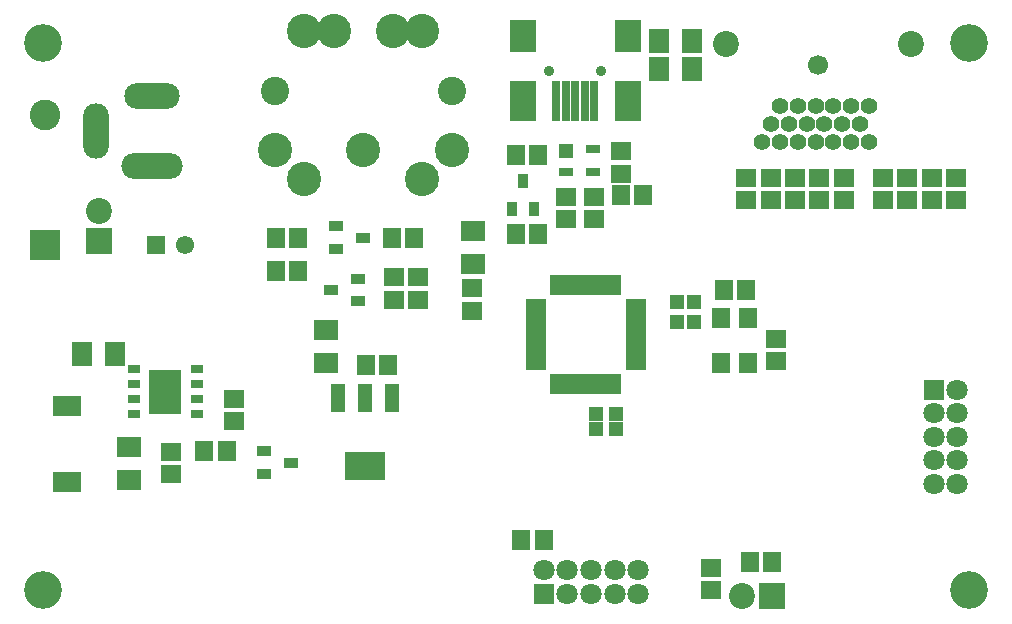
<source format=gbr>
G04 DipTrace 2.4.0.2*
%INmainboard_TopMask.gbr*%
%MOIN*%
%ADD33R,0.063X0.0709*%
%ADD72C,0.0945*%
%ADD73C,0.035*%
%ADD74C,0.0669*%
%ADD75C,0.126*%
%ADD78C,0.0551*%
%ADD85R,0.0197X0.0709*%
%ADD87R,0.0709X0.0197*%
%ADD89R,0.0335X0.0492*%
%ADD91R,0.0945X0.0709*%
%ADD93C,0.0866*%
%ADD95R,0.0866X0.0866*%
%ADD97C,0.0709*%
%ADD98R,0.0669X0.0669*%
%ADD100C,0.0866*%
%ADD101R,0.0866X0.1063*%
%ADD103R,0.0866X0.1378*%
%ADD105R,0.0276X0.1378*%
%ADD107C,0.1142*%
%ADD109O,0.0866X0.185*%
%ADD111O,0.185X0.0866*%
%ADD113O,0.2047X0.0866*%
%ADD115R,0.1358X0.0925*%
%ADD117R,0.0453X0.0925*%
%ADD119R,0.1102X0.1457*%
%ADD121R,0.0433X0.028*%
%ADD123R,0.0472X0.0315*%
%ADD125R,0.0472X0.0472*%
%ADD127R,0.0492X0.0335*%
%ADD129C,0.1024*%
%ADD130R,0.1024X0.1024*%
%ADD131R,0.0472X0.0512*%
%ADD133R,0.0512X0.0472*%
%ADD135R,0.0591X0.0669*%
%ADD137R,0.0787X0.0709*%
%ADD139R,0.0669X0.0591*%
%ADD141R,0.0709X0.0787*%
%ADD142C,0.061*%
%ADD144R,0.061X0.061*%
%FSLAX44Y44*%
G04*
G70*
G90*
G75*
G01*
%LNTopMask*%
%LPD*%
D144*
X9063Y16813D3*
D142*
X10047D3*
D141*
X6625Y13188D3*
X7727D3*
D139*
X11687Y11687D3*
Y10939D3*
D137*
X8187Y9000D3*
Y10102D3*
X14751Y12875D3*
Y13978D3*
D135*
X16063Y12811D3*
X16811D3*
D139*
X29752Y12938D3*
Y13686D3*
D135*
X28752Y15313D3*
X28004D3*
D141*
X26937Y22687D3*
X25835D3*
D133*
X23752Y10688D3*
X24421D3*
X23752Y11188D3*
X24421D3*
D131*
X27002Y14251D3*
Y14920D3*
X26437Y14250D3*
Y14919D3*
D130*
X5375Y16813D3*
D129*
Y21164D3*
D127*
X12688Y9938D3*
Y9190D3*
X13593Y9564D3*
D137*
X19638Y16200D3*
Y17302D3*
D125*
X22750Y19937D3*
D123*
Y19268D3*
X23655D3*
Y20016D3*
D121*
X10437Y11187D3*
Y11687D3*
Y12187D3*
Y12687D3*
X8350D3*
Y12187D3*
Y11687D3*
Y11187D3*
D119*
X9394Y11935D3*
D117*
X16951Y11734D3*
X16045D3*
X15140D3*
D115*
X16045Y9451D3*
D113*
X8937Y19437D3*
D111*
Y21799D3*
D109*
X7087Y20618D3*
D107*
X18937Y20000D3*
X17953Y19015D3*
X13031Y20000D3*
X14016Y19015D3*
X15984Y20000D3*
X16969Y23937D3*
X15000D3*
X17953D3*
X14016D3*
D72*
X18937Y21968D3*
X13031D3*
D105*
X23687Y21625D3*
X23372D3*
X23057D3*
X22742D3*
X22427D3*
D103*
X24809D3*
X21305D3*
D101*
X24809Y23794D3*
X21305D3*
D73*
X23923Y22632D3*
X22191D3*
D78*
X31062Y21437D3*
Y20256D3*
X30471Y21437D3*
X29881D3*
X30767Y20846D3*
X30176D3*
X29586D3*
X29290Y20256D3*
X29881D3*
X30471D3*
X31653D3*
X32243D3*
X32834D3*
Y21437D3*
X32243D3*
X31653D3*
X31357Y20846D3*
X31948D3*
X32538D3*
D100*
X34251Y23524D3*
X28070D3*
D74*
X31160Y22815D3*
D98*
X22001Y5187D3*
D97*
Y5975D3*
X22789Y5187D3*
Y5975D3*
X23576D3*
Y5187D3*
X24364D3*
Y5975D3*
X25151Y5187D3*
Y5975D3*
D95*
X29627Y5125D3*
D93*
X28627D3*
D98*
X35000Y12000D3*
D97*
X35787D3*
X35000Y11212D3*
X35787D3*
Y10425D3*
X35000D3*
Y9637D3*
X35787D3*
X35000Y8850D3*
X35787D3*
D91*
X6125Y11437D3*
Y8917D3*
D139*
X9563Y9188D3*
Y9936D3*
D135*
X10687Y9937D3*
X11435D3*
D139*
X19627Y15375D3*
Y14627D3*
X17813Y15001D3*
Y15749D3*
X17001Y15001D3*
Y15749D3*
D135*
X13812Y15937D3*
X13064D3*
X13062Y17062D3*
X13810D3*
X16937D3*
X17685D3*
X21251Y7000D3*
X21999D3*
D139*
X22750Y17687D3*
Y18435D3*
X23687Y17687D3*
Y18435D3*
D135*
X21811Y19813D3*
X21063D3*
X21062Y17187D3*
X21810D3*
D141*
X26937Y23625D3*
X25835D3*
D139*
X24562Y19937D3*
Y19189D3*
D135*
X25311Y18499D3*
X24563D3*
X29627Y6250D3*
X28879D3*
D139*
X27566Y5313D3*
Y6061D3*
X30377Y19064D3*
Y18316D3*
X31190Y19064D3*
Y18316D3*
X35753Y19064D3*
Y18316D3*
X34940Y19064D3*
Y18316D3*
X28752Y19064D3*
Y18316D3*
X29565Y19064D3*
Y18316D3*
X34128Y19064D3*
Y18316D3*
X33315Y19064D3*
Y18316D3*
X32002Y19064D3*
Y18316D3*
D95*
X7187Y16937D3*
D93*
Y17937D3*
D127*
X15812Y14937D3*
Y15685D3*
X14906Y15311D3*
X15062Y17437D3*
Y16689D3*
X15968Y17063D3*
D89*
X20939Y18031D3*
X21687D3*
X21313Y18937D3*
D87*
X25062Y12750D3*
Y12946D3*
Y13143D3*
Y13340D3*
Y13537D3*
Y13734D3*
Y13931D3*
Y14127D3*
Y14324D3*
Y14521D3*
Y14718D3*
Y14915D3*
D85*
X24491Y15486D3*
X24294D3*
X24097D3*
X23901D3*
X23704D3*
X23507D3*
X23310D3*
X23113D3*
X22916D3*
X22719D3*
X22523D3*
X22326D3*
D87*
X21755Y14915D3*
Y14718D3*
Y14521D3*
Y14324D3*
Y14127D3*
Y13931D3*
Y13734D3*
Y13537D3*
Y13340D3*
Y13143D3*
Y12946D3*
Y12750D3*
D85*
X22326Y12179D3*
X22523D3*
X22719D3*
X22916D3*
X23113D3*
X23310D3*
X23507D3*
X23704D3*
X23901D3*
X24097D3*
X24294D3*
X24491D3*
D33*
X28815Y12875D3*
Y14372D3*
X27909D3*
Y12875D3*
D75*
X5312Y23562D3*
Y5312D3*
X36187Y23562D3*
Y5312D3*
M02*

</source>
